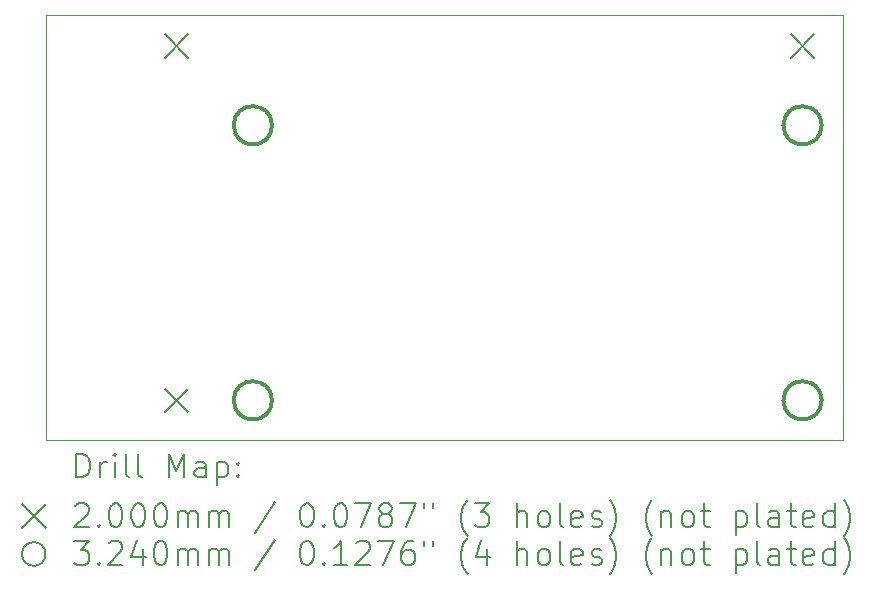
<source format=gbr>
%TF.GenerationSoftware,KiCad,Pcbnew,7.0.8*%
%TF.CreationDate,2023-11-10T17:38:27-07:00*%
%TF.ProjectId,longmon-hatt,6c6f6e67-6d6f-46e2-9d68-6174742e6b69,rev?*%
%TF.SameCoordinates,Original*%
%TF.FileFunction,Drillmap*%
%TF.FilePolarity,Positive*%
%FSLAX45Y45*%
G04 Gerber Fmt 4.5, Leading zero omitted, Abs format (unit mm)*
G04 Created by KiCad (PCBNEW 7.0.8) date 2023-11-10 17:38:27*
%MOMM*%
%LPD*%
G01*
G04 APERTURE LIST*
%ADD10C,0.100000*%
%ADD11C,0.200000*%
%ADD12C,0.324000*%
G04 APERTURE END LIST*
D10*
X12850000Y-7900000D02*
X19600000Y-7900000D01*
X19600000Y-11500000D01*
X12850000Y-11500000D01*
X12850000Y-7900000D01*
D11*
X13855000Y-8064000D02*
X14055000Y-8264000D01*
X14055000Y-8064000D02*
X13855000Y-8264000D01*
X13855000Y-11064000D02*
X14055000Y-11264000D01*
X14055000Y-11064000D02*
X13855000Y-11264000D01*
X19155000Y-8064000D02*
X19355000Y-8264000D01*
X19355000Y-8064000D02*
X19155000Y-8264000D01*
D12*
X14762000Y-8835800D02*
G75*
G03*
X14762000Y-8835800I-162000J0D01*
G01*
X14762000Y-11164200D02*
G75*
G03*
X14762000Y-11164200I-162000J0D01*
G01*
X19416000Y-8835800D02*
G75*
G03*
X19416000Y-8835800I-162000J0D01*
G01*
X19416000Y-11164200D02*
G75*
G03*
X19416000Y-11164200I-162000J0D01*
G01*
D11*
X13105777Y-11816484D02*
X13105777Y-11616484D01*
X13105777Y-11616484D02*
X13153396Y-11616484D01*
X13153396Y-11616484D02*
X13181967Y-11626008D01*
X13181967Y-11626008D02*
X13201015Y-11645055D01*
X13201015Y-11645055D02*
X13210539Y-11664103D01*
X13210539Y-11664103D02*
X13220062Y-11702198D01*
X13220062Y-11702198D02*
X13220062Y-11730769D01*
X13220062Y-11730769D02*
X13210539Y-11768865D01*
X13210539Y-11768865D02*
X13201015Y-11787912D01*
X13201015Y-11787912D02*
X13181967Y-11806960D01*
X13181967Y-11806960D02*
X13153396Y-11816484D01*
X13153396Y-11816484D02*
X13105777Y-11816484D01*
X13305777Y-11816484D02*
X13305777Y-11683150D01*
X13305777Y-11721246D02*
X13315301Y-11702198D01*
X13315301Y-11702198D02*
X13324824Y-11692674D01*
X13324824Y-11692674D02*
X13343872Y-11683150D01*
X13343872Y-11683150D02*
X13362920Y-11683150D01*
X13429586Y-11816484D02*
X13429586Y-11683150D01*
X13429586Y-11616484D02*
X13420062Y-11626008D01*
X13420062Y-11626008D02*
X13429586Y-11635531D01*
X13429586Y-11635531D02*
X13439110Y-11626008D01*
X13439110Y-11626008D02*
X13429586Y-11616484D01*
X13429586Y-11616484D02*
X13429586Y-11635531D01*
X13553396Y-11816484D02*
X13534348Y-11806960D01*
X13534348Y-11806960D02*
X13524824Y-11787912D01*
X13524824Y-11787912D02*
X13524824Y-11616484D01*
X13658158Y-11816484D02*
X13639110Y-11806960D01*
X13639110Y-11806960D02*
X13629586Y-11787912D01*
X13629586Y-11787912D02*
X13629586Y-11616484D01*
X13886729Y-11816484D02*
X13886729Y-11616484D01*
X13886729Y-11616484D02*
X13953396Y-11759341D01*
X13953396Y-11759341D02*
X14020062Y-11616484D01*
X14020062Y-11616484D02*
X14020062Y-11816484D01*
X14201015Y-11816484D02*
X14201015Y-11711722D01*
X14201015Y-11711722D02*
X14191491Y-11692674D01*
X14191491Y-11692674D02*
X14172443Y-11683150D01*
X14172443Y-11683150D02*
X14134348Y-11683150D01*
X14134348Y-11683150D02*
X14115301Y-11692674D01*
X14201015Y-11806960D02*
X14181967Y-11816484D01*
X14181967Y-11816484D02*
X14134348Y-11816484D01*
X14134348Y-11816484D02*
X14115301Y-11806960D01*
X14115301Y-11806960D02*
X14105777Y-11787912D01*
X14105777Y-11787912D02*
X14105777Y-11768865D01*
X14105777Y-11768865D02*
X14115301Y-11749817D01*
X14115301Y-11749817D02*
X14134348Y-11740293D01*
X14134348Y-11740293D02*
X14181967Y-11740293D01*
X14181967Y-11740293D02*
X14201015Y-11730769D01*
X14296253Y-11683150D02*
X14296253Y-11883150D01*
X14296253Y-11692674D02*
X14315301Y-11683150D01*
X14315301Y-11683150D02*
X14353396Y-11683150D01*
X14353396Y-11683150D02*
X14372443Y-11692674D01*
X14372443Y-11692674D02*
X14381967Y-11702198D01*
X14381967Y-11702198D02*
X14391491Y-11721246D01*
X14391491Y-11721246D02*
X14391491Y-11778388D01*
X14391491Y-11778388D02*
X14381967Y-11797436D01*
X14381967Y-11797436D02*
X14372443Y-11806960D01*
X14372443Y-11806960D02*
X14353396Y-11816484D01*
X14353396Y-11816484D02*
X14315301Y-11816484D01*
X14315301Y-11816484D02*
X14296253Y-11806960D01*
X14477205Y-11797436D02*
X14486729Y-11806960D01*
X14486729Y-11806960D02*
X14477205Y-11816484D01*
X14477205Y-11816484D02*
X14467682Y-11806960D01*
X14467682Y-11806960D02*
X14477205Y-11797436D01*
X14477205Y-11797436D02*
X14477205Y-11816484D01*
X14477205Y-11692674D02*
X14486729Y-11702198D01*
X14486729Y-11702198D02*
X14477205Y-11711722D01*
X14477205Y-11711722D02*
X14467682Y-11702198D01*
X14467682Y-11702198D02*
X14477205Y-11692674D01*
X14477205Y-11692674D02*
X14477205Y-11711722D01*
X12645000Y-12045000D02*
X12845000Y-12245000D01*
X12845000Y-12045000D02*
X12645000Y-12245000D01*
X13096253Y-12055531D02*
X13105777Y-12046008D01*
X13105777Y-12046008D02*
X13124824Y-12036484D01*
X13124824Y-12036484D02*
X13172443Y-12036484D01*
X13172443Y-12036484D02*
X13191491Y-12046008D01*
X13191491Y-12046008D02*
X13201015Y-12055531D01*
X13201015Y-12055531D02*
X13210539Y-12074579D01*
X13210539Y-12074579D02*
X13210539Y-12093627D01*
X13210539Y-12093627D02*
X13201015Y-12122198D01*
X13201015Y-12122198D02*
X13086729Y-12236484D01*
X13086729Y-12236484D02*
X13210539Y-12236484D01*
X13296253Y-12217436D02*
X13305777Y-12226960D01*
X13305777Y-12226960D02*
X13296253Y-12236484D01*
X13296253Y-12236484D02*
X13286729Y-12226960D01*
X13286729Y-12226960D02*
X13296253Y-12217436D01*
X13296253Y-12217436D02*
X13296253Y-12236484D01*
X13429586Y-12036484D02*
X13448634Y-12036484D01*
X13448634Y-12036484D02*
X13467682Y-12046008D01*
X13467682Y-12046008D02*
X13477205Y-12055531D01*
X13477205Y-12055531D02*
X13486729Y-12074579D01*
X13486729Y-12074579D02*
X13496253Y-12112674D01*
X13496253Y-12112674D02*
X13496253Y-12160293D01*
X13496253Y-12160293D02*
X13486729Y-12198388D01*
X13486729Y-12198388D02*
X13477205Y-12217436D01*
X13477205Y-12217436D02*
X13467682Y-12226960D01*
X13467682Y-12226960D02*
X13448634Y-12236484D01*
X13448634Y-12236484D02*
X13429586Y-12236484D01*
X13429586Y-12236484D02*
X13410539Y-12226960D01*
X13410539Y-12226960D02*
X13401015Y-12217436D01*
X13401015Y-12217436D02*
X13391491Y-12198388D01*
X13391491Y-12198388D02*
X13381967Y-12160293D01*
X13381967Y-12160293D02*
X13381967Y-12112674D01*
X13381967Y-12112674D02*
X13391491Y-12074579D01*
X13391491Y-12074579D02*
X13401015Y-12055531D01*
X13401015Y-12055531D02*
X13410539Y-12046008D01*
X13410539Y-12046008D02*
X13429586Y-12036484D01*
X13620062Y-12036484D02*
X13639110Y-12036484D01*
X13639110Y-12036484D02*
X13658158Y-12046008D01*
X13658158Y-12046008D02*
X13667682Y-12055531D01*
X13667682Y-12055531D02*
X13677205Y-12074579D01*
X13677205Y-12074579D02*
X13686729Y-12112674D01*
X13686729Y-12112674D02*
X13686729Y-12160293D01*
X13686729Y-12160293D02*
X13677205Y-12198388D01*
X13677205Y-12198388D02*
X13667682Y-12217436D01*
X13667682Y-12217436D02*
X13658158Y-12226960D01*
X13658158Y-12226960D02*
X13639110Y-12236484D01*
X13639110Y-12236484D02*
X13620062Y-12236484D01*
X13620062Y-12236484D02*
X13601015Y-12226960D01*
X13601015Y-12226960D02*
X13591491Y-12217436D01*
X13591491Y-12217436D02*
X13581967Y-12198388D01*
X13581967Y-12198388D02*
X13572443Y-12160293D01*
X13572443Y-12160293D02*
X13572443Y-12112674D01*
X13572443Y-12112674D02*
X13581967Y-12074579D01*
X13581967Y-12074579D02*
X13591491Y-12055531D01*
X13591491Y-12055531D02*
X13601015Y-12046008D01*
X13601015Y-12046008D02*
X13620062Y-12036484D01*
X13810539Y-12036484D02*
X13829586Y-12036484D01*
X13829586Y-12036484D02*
X13848634Y-12046008D01*
X13848634Y-12046008D02*
X13858158Y-12055531D01*
X13858158Y-12055531D02*
X13867682Y-12074579D01*
X13867682Y-12074579D02*
X13877205Y-12112674D01*
X13877205Y-12112674D02*
X13877205Y-12160293D01*
X13877205Y-12160293D02*
X13867682Y-12198388D01*
X13867682Y-12198388D02*
X13858158Y-12217436D01*
X13858158Y-12217436D02*
X13848634Y-12226960D01*
X13848634Y-12226960D02*
X13829586Y-12236484D01*
X13829586Y-12236484D02*
X13810539Y-12236484D01*
X13810539Y-12236484D02*
X13791491Y-12226960D01*
X13791491Y-12226960D02*
X13781967Y-12217436D01*
X13781967Y-12217436D02*
X13772443Y-12198388D01*
X13772443Y-12198388D02*
X13762920Y-12160293D01*
X13762920Y-12160293D02*
X13762920Y-12112674D01*
X13762920Y-12112674D02*
X13772443Y-12074579D01*
X13772443Y-12074579D02*
X13781967Y-12055531D01*
X13781967Y-12055531D02*
X13791491Y-12046008D01*
X13791491Y-12046008D02*
X13810539Y-12036484D01*
X13962920Y-12236484D02*
X13962920Y-12103150D01*
X13962920Y-12122198D02*
X13972443Y-12112674D01*
X13972443Y-12112674D02*
X13991491Y-12103150D01*
X13991491Y-12103150D02*
X14020063Y-12103150D01*
X14020063Y-12103150D02*
X14039110Y-12112674D01*
X14039110Y-12112674D02*
X14048634Y-12131722D01*
X14048634Y-12131722D02*
X14048634Y-12236484D01*
X14048634Y-12131722D02*
X14058158Y-12112674D01*
X14058158Y-12112674D02*
X14077205Y-12103150D01*
X14077205Y-12103150D02*
X14105777Y-12103150D01*
X14105777Y-12103150D02*
X14124824Y-12112674D01*
X14124824Y-12112674D02*
X14134348Y-12131722D01*
X14134348Y-12131722D02*
X14134348Y-12236484D01*
X14229586Y-12236484D02*
X14229586Y-12103150D01*
X14229586Y-12122198D02*
X14239110Y-12112674D01*
X14239110Y-12112674D02*
X14258158Y-12103150D01*
X14258158Y-12103150D02*
X14286729Y-12103150D01*
X14286729Y-12103150D02*
X14305777Y-12112674D01*
X14305777Y-12112674D02*
X14315301Y-12131722D01*
X14315301Y-12131722D02*
X14315301Y-12236484D01*
X14315301Y-12131722D02*
X14324824Y-12112674D01*
X14324824Y-12112674D02*
X14343872Y-12103150D01*
X14343872Y-12103150D02*
X14372443Y-12103150D01*
X14372443Y-12103150D02*
X14391491Y-12112674D01*
X14391491Y-12112674D02*
X14401015Y-12131722D01*
X14401015Y-12131722D02*
X14401015Y-12236484D01*
X14791491Y-12026960D02*
X14620063Y-12284103D01*
X15048634Y-12036484D02*
X15067682Y-12036484D01*
X15067682Y-12036484D02*
X15086729Y-12046008D01*
X15086729Y-12046008D02*
X15096253Y-12055531D01*
X15096253Y-12055531D02*
X15105777Y-12074579D01*
X15105777Y-12074579D02*
X15115301Y-12112674D01*
X15115301Y-12112674D02*
X15115301Y-12160293D01*
X15115301Y-12160293D02*
X15105777Y-12198388D01*
X15105777Y-12198388D02*
X15096253Y-12217436D01*
X15096253Y-12217436D02*
X15086729Y-12226960D01*
X15086729Y-12226960D02*
X15067682Y-12236484D01*
X15067682Y-12236484D02*
X15048634Y-12236484D01*
X15048634Y-12236484D02*
X15029586Y-12226960D01*
X15029586Y-12226960D02*
X15020063Y-12217436D01*
X15020063Y-12217436D02*
X15010539Y-12198388D01*
X15010539Y-12198388D02*
X15001015Y-12160293D01*
X15001015Y-12160293D02*
X15001015Y-12112674D01*
X15001015Y-12112674D02*
X15010539Y-12074579D01*
X15010539Y-12074579D02*
X15020063Y-12055531D01*
X15020063Y-12055531D02*
X15029586Y-12046008D01*
X15029586Y-12046008D02*
X15048634Y-12036484D01*
X15201015Y-12217436D02*
X15210539Y-12226960D01*
X15210539Y-12226960D02*
X15201015Y-12236484D01*
X15201015Y-12236484D02*
X15191491Y-12226960D01*
X15191491Y-12226960D02*
X15201015Y-12217436D01*
X15201015Y-12217436D02*
X15201015Y-12236484D01*
X15334348Y-12036484D02*
X15353396Y-12036484D01*
X15353396Y-12036484D02*
X15372444Y-12046008D01*
X15372444Y-12046008D02*
X15381967Y-12055531D01*
X15381967Y-12055531D02*
X15391491Y-12074579D01*
X15391491Y-12074579D02*
X15401015Y-12112674D01*
X15401015Y-12112674D02*
X15401015Y-12160293D01*
X15401015Y-12160293D02*
X15391491Y-12198388D01*
X15391491Y-12198388D02*
X15381967Y-12217436D01*
X15381967Y-12217436D02*
X15372444Y-12226960D01*
X15372444Y-12226960D02*
X15353396Y-12236484D01*
X15353396Y-12236484D02*
X15334348Y-12236484D01*
X15334348Y-12236484D02*
X15315301Y-12226960D01*
X15315301Y-12226960D02*
X15305777Y-12217436D01*
X15305777Y-12217436D02*
X15296253Y-12198388D01*
X15296253Y-12198388D02*
X15286729Y-12160293D01*
X15286729Y-12160293D02*
X15286729Y-12112674D01*
X15286729Y-12112674D02*
X15296253Y-12074579D01*
X15296253Y-12074579D02*
X15305777Y-12055531D01*
X15305777Y-12055531D02*
X15315301Y-12046008D01*
X15315301Y-12046008D02*
X15334348Y-12036484D01*
X15467682Y-12036484D02*
X15601015Y-12036484D01*
X15601015Y-12036484D02*
X15515301Y-12236484D01*
X15705777Y-12122198D02*
X15686729Y-12112674D01*
X15686729Y-12112674D02*
X15677206Y-12103150D01*
X15677206Y-12103150D02*
X15667682Y-12084103D01*
X15667682Y-12084103D02*
X15667682Y-12074579D01*
X15667682Y-12074579D02*
X15677206Y-12055531D01*
X15677206Y-12055531D02*
X15686729Y-12046008D01*
X15686729Y-12046008D02*
X15705777Y-12036484D01*
X15705777Y-12036484D02*
X15743872Y-12036484D01*
X15743872Y-12036484D02*
X15762920Y-12046008D01*
X15762920Y-12046008D02*
X15772444Y-12055531D01*
X15772444Y-12055531D02*
X15781967Y-12074579D01*
X15781967Y-12074579D02*
X15781967Y-12084103D01*
X15781967Y-12084103D02*
X15772444Y-12103150D01*
X15772444Y-12103150D02*
X15762920Y-12112674D01*
X15762920Y-12112674D02*
X15743872Y-12122198D01*
X15743872Y-12122198D02*
X15705777Y-12122198D01*
X15705777Y-12122198D02*
X15686729Y-12131722D01*
X15686729Y-12131722D02*
X15677206Y-12141246D01*
X15677206Y-12141246D02*
X15667682Y-12160293D01*
X15667682Y-12160293D02*
X15667682Y-12198388D01*
X15667682Y-12198388D02*
X15677206Y-12217436D01*
X15677206Y-12217436D02*
X15686729Y-12226960D01*
X15686729Y-12226960D02*
X15705777Y-12236484D01*
X15705777Y-12236484D02*
X15743872Y-12236484D01*
X15743872Y-12236484D02*
X15762920Y-12226960D01*
X15762920Y-12226960D02*
X15772444Y-12217436D01*
X15772444Y-12217436D02*
X15781967Y-12198388D01*
X15781967Y-12198388D02*
X15781967Y-12160293D01*
X15781967Y-12160293D02*
X15772444Y-12141246D01*
X15772444Y-12141246D02*
X15762920Y-12131722D01*
X15762920Y-12131722D02*
X15743872Y-12122198D01*
X15848634Y-12036484D02*
X15981967Y-12036484D01*
X15981967Y-12036484D02*
X15896253Y-12236484D01*
X16048634Y-12036484D02*
X16048634Y-12074579D01*
X16124825Y-12036484D02*
X16124825Y-12074579D01*
X16420063Y-12312674D02*
X16410539Y-12303150D01*
X16410539Y-12303150D02*
X16391491Y-12274579D01*
X16391491Y-12274579D02*
X16381968Y-12255531D01*
X16381968Y-12255531D02*
X16372444Y-12226960D01*
X16372444Y-12226960D02*
X16362920Y-12179341D01*
X16362920Y-12179341D02*
X16362920Y-12141246D01*
X16362920Y-12141246D02*
X16372444Y-12093627D01*
X16372444Y-12093627D02*
X16381968Y-12065055D01*
X16381968Y-12065055D02*
X16391491Y-12046008D01*
X16391491Y-12046008D02*
X16410539Y-12017436D01*
X16410539Y-12017436D02*
X16420063Y-12007912D01*
X16477206Y-12036484D02*
X16601015Y-12036484D01*
X16601015Y-12036484D02*
X16534348Y-12112674D01*
X16534348Y-12112674D02*
X16562920Y-12112674D01*
X16562920Y-12112674D02*
X16581968Y-12122198D01*
X16581968Y-12122198D02*
X16591491Y-12131722D01*
X16591491Y-12131722D02*
X16601015Y-12150769D01*
X16601015Y-12150769D02*
X16601015Y-12198388D01*
X16601015Y-12198388D02*
X16591491Y-12217436D01*
X16591491Y-12217436D02*
X16581968Y-12226960D01*
X16581968Y-12226960D02*
X16562920Y-12236484D01*
X16562920Y-12236484D02*
X16505777Y-12236484D01*
X16505777Y-12236484D02*
X16486729Y-12226960D01*
X16486729Y-12226960D02*
X16477206Y-12217436D01*
X16839111Y-12236484D02*
X16839111Y-12036484D01*
X16924825Y-12236484D02*
X16924825Y-12131722D01*
X16924825Y-12131722D02*
X16915301Y-12112674D01*
X16915301Y-12112674D02*
X16896253Y-12103150D01*
X16896253Y-12103150D02*
X16867682Y-12103150D01*
X16867682Y-12103150D02*
X16848634Y-12112674D01*
X16848634Y-12112674D02*
X16839111Y-12122198D01*
X17048634Y-12236484D02*
X17029587Y-12226960D01*
X17029587Y-12226960D02*
X17020063Y-12217436D01*
X17020063Y-12217436D02*
X17010539Y-12198388D01*
X17010539Y-12198388D02*
X17010539Y-12141246D01*
X17010539Y-12141246D02*
X17020063Y-12122198D01*
X17020063Y-12122198D02*
X17029587Y-12112674D01*
X17029587Y-12112674D02*
X17048634Y-12103150D01*
X17048634Y-12103150D02*
X17077206Y-12103150D01*
X17077206Y-12103150D02*
X17096253Y-12112674D01*
X17096253Y-12112674D02*
X17105777Y-12122198D01*
X17105777Y-12122198D02*
X17115301Y-12141246D01*
X17115301Y-12141246D02*
X17115301Y-12198388D01*
X17115301Y-12198388D02*
X17105777Y-12217436D01*
X17105777Y-12217436D02*
X17096253Y-12226960D01*
X17096253Y-12226960D02*
X17077206Y-12236484D01*
X17077206Y-12236484D02*
X17048634Y-12236484D01*
X17229587Y-12236484D02*
X17210539Y-12226960D01*
X17210539Y-12226960D02*
X17201015Y-12207912D01*
X17201015Y-12207912D02*
X17201015Y-12036484D01*
X17381968Y-12226960D02*
X17362920Y-12236484D01*
X17362920Y-12236484D02*
X17324825Y-12236484D01*
X17324825Y-12236484D02*
X17305777Y-12226960D01*
X17305777Y-12226960D02*
X17296253Y-12207912D01*
X17296253Y-12207912D02*
X17296253Y-12131722D01*
X17296253Y-12131722D02*
X17305777Y-12112674D01*
X17305777Y-12112674D02*
X17324825Y-12103150D01*
X17324825Y-12103150D02*
X17362920Y-12103150D01*
X17362920Y-12103150D02*
X17381968Y-12112674D01*
X17381968Y-12112674D02*
X17391492Y-12131722D01*
X17391492Y-12131722D02*
X17391492Y-12150769D01*
X17391492Y-12150769D02*
X17296253Y-12169817D01*
X17467682Y-12226960D02*
X17486730Y-12236484D01*
X17486730Y-12236484D02*
X17524825Y-12236484D01*
X17524825Y-12236484D02*
X17543873Y-12226960D01*
X17543873Y-12226960D02*
X17553396Y-12207912D01*
X17553396Y-12207912D02*
X17553396Y-12198388D01*
X17553396Y-12198388D02*
X17543873Y-12179341D01*
X17543873Y-12179341D02*
X17524825Y-12169817D01*
X17524825Y-12169817D02*
X17496253Y-12169817D01*
X17496253Y-12169817D02*
X17477206Y-12160293D01*
X17477206Y-12160293D02*
X17467682Y-12141246D01*
X17467682Y-12141246D02*
X17467682Y-12131722D01*
X17467682Y-12131722D02*
X17477206Y-12112674D01*
X17477206Y-12112674D02*
X17496253Y-12103150D01*
X17496253Y-12103150D02*
X17524825Y-12103150D01*
X17524825Y-12103150D02*
X17543873Y-12112674D01*
X17620063Y-12312674D02*
X17629587Y-12303150D01*
X17629587Y-12303150D02*
X17648634Y-12274579D01*
X17648634Y-12274579D02*
X17658158Y-12255531D01*
X17658158Y-12255531D02*
X17667682Y-12226960D01*
X17667682Y-12226960D02*
X17677206Y-12179341D01*
X17677206Y-12179341D02*
X17677206Y-12141246D01*
X17677206Y-12141246D02*
X17667682Y-12093627D01*
X17667682Y-12093627D02*
X17658158Y-12065055D01*
X17658158Y-12065055D02*
X17648634Y-12046008D01*
X17648634Y-12046008D02*
X17629587Y-12017436D01*
X17629587Y-12017436D02*
X17620063Y-12007912D01*
X17981968Y-12312674D02*
X17972444Y-12303150D01*
X17972444Y-12303150D02*
X17953396Y-12274579D01*
X17953396Y-12274579D02*
X17943873Y-12255531D01*
X17943873Y-12255531D02*
X17934349Y-12226960D01*
X17934349Y-12226960D02*
X17924825Y-12179341D01*
X17924825Y-12179341D02*
X17924825Y-12141246D01*
X17924825Y-12141246D02*
X17934349Y-12093627D01*
X17934349Y-12093627D02*
X17943873Y-12065055D01*
X17943873Y-12065055D02*
X17953396Y-12046008D01*
X17953396Y-12046008D02*
X17972444Y-12017436D01*
X17972444Y-12017436D02*
X17981968Y-12007912D01*
X18058158Y-12103150D02*
X18058158Y-12236484D01*
X18058158Y-12122198D02*
X18067682Y-12112674D01*
X18067682Y-12112674D02*
X18086730Y-12103150D01*
X18086730Y-12103150D02*
X18115301Y-12103150D01*
X18115301Y-12103150D02*
X18134349Y-12112674D01*
X18134349Y-12112674D02*
X18143873Y-12131722D01*
X18143873Y-12131722D02*
X18143873Y-12236484D01*
X18267682Y-12236484D02*
X18248634Y-12226960D01*
X18248634Y-12226960D02*
X18239111Y-12217436D01*
X18239111Y-12217436D02*
X18229587Y-12198388D01*
X18229587Y-12198388D02*
X18229587Y-12141246D01*
X18229587Y-12141246D02*
X18239111Y-12122198D01*
X18239111Y-12122198D02*
X18248634Y-12112674D01*
X18248634Y-12112674D02*
X18267682Y-12103150D01*
X18267682Y-12103150D02*
X18296254Y-12103150D01*
X18296254Y-12103150D02*
X18315301Y-12112674D01*
X18315301Y-12112674D02*
X18324825Y-12122198D01*
X18324825Y-12122198D02*
X18334349Y-12141246D01*
X18334349Y-12141246D02*
X18334349Y-12198388D01*
X18334349Y-12198388D02*
X18324825Y-12217436D01*
X18324825Y-12217436D02*
X18315301Y-12226960D01*
X18315301Y-12226960D02*
X18296254Y-12236484D01*
X18296254Y-12236484D02*
X18267682Y-12236484D01*
X18391492Y-12103150D02*
X18467682Y-12103150D01*
X18420063Y-12036484D02*
X18420063Y-12207912D01*
X18420063Y-12207912D02*
X18429587Y-12226960D01*
X18429587Y-12226960D02*
X18448634Y-12236484D01*
X18448634Y-12236484D02*
X18467682Y-12236484D01*
X18686730Y-12103150D02*
X18686730Y-12303150D01*
X18686730Y-12112674D02*
X18705777Y-12103150D01*
X18705777Y-12103150D02*
X18743873Y-12103150D01*
X18743873Y-12103150D02*
X18762920Y-12112674D01*
X18762920Y-12112674D02*
X18772444Y-12122198D01*
X18772444Y-12122198D02*
X18781968Y-12141246D01*
X18781968Y-12141246D02*
X18781968Y-12198388D01*
X18781968Y-12198388D02*
X18772444Y-12217436D01*
X18772444Y-12217436D02*
X18762920Y-12226960D01*
X18762920Y-12226960D02*
X18743873Y-12236484D01*
X18743873Y-12236484D02*
X18705777Y-12236484D01*
X18705777Y-12236484D02*
X18686730Y-12226960D01*
X18896254Y-12236484D02*
X18877206Y-12226960D01*
X18877206Y-12226960D02*
X18867682Y-12207912D01*
X18867682Y-12207912D02*
X18867682Y-12036484D01*
X19058158Y-12236484D02*
X19058158Y-12131722D01*
X19058158Y-12131722D02*
X19048635Y-12112674D01*
X19048635Y-12112674D02*
X19029587Y-12103150D01*
X19029587Y-12103150D02*
X18991492Y-12103150D01*
X18991492Y-12103150D02*
X18972444Y-12112674D01*
X19058158Y-12226960D02*
X19039111Y-12236484D01*
X19039111Y-12236484D02*
X18991492Y-12236484D01*
X18991492Y-12236484D02*
X18972444Y-12226960D01*
X18972444Y-12226960D02*
X18962920Y-12207912D01*
X18962920Y-12207912D02*
X18962920Y-12188865D01*
X18962920Y-12188865D02*
X18972444Y-12169817D01*
X18972444Y-12169817D02*
X18991492Y-12160293D01*
X18991492Y-12160293D02*
X19039111Y-12160293D01*
X19039111Y-12160293D02*
X19058158Y-12150769D01*
X19124825Y-12103150D02*
X19201015Y-12103150D01*
X19153396Y-12036484D02*
X19153396Y-12207912D01*
X19153396Y-12207912D02*
X19162920Y-12226960D01*
X19162920Y-12226960D02*
X19181968Y-12236484D01*
X19181968Y-12236484D02*
X19201015Y-12236484D01*
X19343873Y-12226960D02*
X19324825Y-12236484D01*
X19324825Y-12236484D02*
X19286730Y-12236484D01*
X19286730Y-12236484D02*
X19267682Y-12226960D01*
X19267682Y-12226960D02*
X19258158Y-12207912D01*
X19258158Y-12207912D02*
X19258158Y-12131722D01*
X19258158Y-12131722D02*
X19267682Y-12112674D01*
X19267682Y-12112674D02*
X19286730Y-12103150D01*
X19286730Y-12103150D02*
X19324825Y-12103150D01*
X19324825Y-12103150D02*
X19343873Y-12112674D01*
X19343873Y-12112674D02*
X19353396Y-12131722D01*
X19353396Y-12131722D02*
X19353396Y-12150769D01*
X19353396Y-12150769D02*
X19258158Y-12169817D01*
X19524825Y-12236484D02*
X19524825Y-12036484D01*
X19524825Y-12226960D02*
X19505777Y-12236484D01*
X19505777Y-12236484D02*
X19467682Y-12236484D01*
X19467682Y-12236484D02*
X19448635Y-12226960D01*
X19448635Y-12226960D02*
X19439111Y-12217436D01*
X19439111Y-12217436D02*
X19429587Y-12198388D01*
X19429587Y-12198388D02*
X19429587Y-12141246D01*
X19429587Y-12141246D02*
X19439111Y-12122198D01*
X19439111Y-12122198D02*
X19448635Y-12112674D01*
X19448635Y-12112674D02*
X19467682Y-12103150D01*
X19467682Y-12103150D02*
X19505777Y-12103150D01*
X19505777Y-12103150D02*
X19524825Y-12112674D01*
X19601016Y-12312674D02*
X19610539Y-12303150D01*
X19610539Y-12303150D02*
X19629587Y-12274579D01*
X19629587Y-12274579D02*
X19639111Y-12255531D01*
X19639111Y-12255531D02*
X19648635Y-12226960D01*
X19648635Y-12226960D02*
X19658158Y-12179341D01*
X19658158Y-12179341D02*
X19658158Y-12141246D01*
X19658158Y-12141246D02*
X19648635Y-12093627D01*
X19648635Y-12093627D02*
X19639111Y-12065055D01*
X19639111Y-12065055D02*
X19629587Y-12046008D01*
X19629587Y-12046008D02*
X19610539Y-12017436D01*
X19610539Y-12017436D02*
X19601016Y-12007912D01*
X12845000Y-12465000D02*
G75*
G03*
X12845000Y-12465000I-100000J0D01*
G01*
X13086729Y-12356484D02*
X13210539Y-12356484D01*
X13210539Y-12356484D02*
X13143872Y-12432674D01*
X13143872Y-12432674D02*
X13172443Y-12432674D01*
X13172443Y-12432674D02*
X13191491Y-12442198D01*
X13191491Y-12442198D02*
X13201015Y-12451722D01*
X13201015Y-12451722D02*
X13210539Y-12470769D01*
X13210539Y-12470769D02*
X13210539Y-12518388D01*
X13210539Y-12518388D02*
X13201015Y-12537436D01*
X13201015Y-12537436D02*
X13191491Y-12546960D01*
X13191491Y-12546960D02*
X13172443Y-12556484D01*
X13172443Y-12556484D02*
X13115301Y-12556484D01*
X13115301Y-12556484D02*
X13096253Y-12546960D01*
X13096253Y-12546960D02*
X13086729Y-12537436D01*
X13296253Y-12537436D02*
X13305777Y-12546960D01*
X13305777Y-12546960D02*
X13296253Y-12556484D01*
X13296253Y-12556484D02*
X13286729Y-12546960D01*
X13286729Y-12546960D02*
X13296253Y-12537436D01*
X13296253Y-12537436D02*
X13296253Y-12556484D01*
X13381967Y-12375531D02*
X13391491Y-12366008D01*
X13391491Y-12366008D02*
X13410539Y-12356484D01*
X13410539Y-12356484D02*
X13458158Y-12356484D01*
X13458158Y-12356484D02*
X13477205Y-12366008D01*
X13477205Y-12366008D02*
X13486729Y-12375531D01*
X13486729Y-12375531D02*
X13496253Y-12394579D01*
X13496253Y-12394579D02*
X13496253Y-12413627D01*
X13496253Y-12413627D02*
X13486729Y-12442198D01*
X13486729Y-12442198D02*
X13372443Y-12556484D01*
X13372443Y-12556484D02*
X13496253Y-12556484D01*
X13667682Y-12423150D02*
X13667682Y-12556484D01*
X13620062Y-12346960D02*
X13572443Y-12489817D01*
X13572443Y-12489817D02*
X13696253Y-12489817D01*
X13810539Y-12356484D02*
X13829586Y-12356484D01*
X13829586Y-12356484D02*
X13848634Y-12366008D01*
X13848634Y-12366008D02*
X13858158Y-12375531D01*
X13858158Y-12375531D02*
X13867682Y-12394579D01*
X13867682Y-12394579D02*
X13877205Y-12432674D01*
X13877205Y-12432674D02*
X13877205Y-12480293D01*
X13877205Y-12480293D02*
X13867682Y-12518388D01*
X13867682Y-12518388D02*
X13858158Y-12537436D01*
X13858158Y-12537436D02*
X13848634Y-12546960D01*
X13848634Y-12546960D02*
X13829586Y-12556484D01*
X13829586Y-12556484D02*
X13810539Y-12556484D01*
X13810539Y-12556484D02*
X13791491Y-12546960D01*
X13791491Y-12546960D02*
X13781967Y-12537436D01*
X13781967Y-12537436D02*
X13772443Y-12518388D01*
X13772443Y-12518388D02*
X13762920Y-12480293D01*
X13762920Y-12480293D02*
X13762920Y-12432674D01*
X13762920Y-12432674D02*
X13772443Y-12394579D01*
X13772443Y-12394579D02*
X13781967Y-12375531D01*
X13781967Y-12375531D02*
X13791491Y-12366008D01*
X13791491Y-12366008D02*
X13810539Y-12356484D01*
X13962920Y-12556484D02*
X13962920Y-12423150D01*
X13962920Y-12442198D02*
X13972443Y-12432674D01*
X13972443Y-12432674D02*
X13991491Y-12423150D01*
X13991491Y-12423150D02*
X14020063Y-12423150D01*
X14020063Y-12423150D02*
X14039110Y-12432674D01*
X14039110Y-12432674D02*
X14048634Y-12451722D01*
X14048634Y-12451722D02*
X14048634Y-12556484D01*
X14048634Y-12451722D02*
X14058158Y-12432674D01*
X14058158Y-12432674D02*
X14077205Y-12423150D01*
X14077205Y-12423150D02*
X14105777Y-12423150D01*
X14105777Y-12423150D02*
X14124824Y-12432674D01*
X14124824Y-12432674D02*
X14134348Y-12451722D01*
X14134348Y-12451722D02*
X14134348Y-12556484D01*
X14229586Y-12556484D02*
X14229586Y-12423150D01*
X14229586Y-12442198D02*
X14239110Y-12432674D01*
X14239110Y-12432674D02*
X14258158Y-12423150D01*
X14258158Y-12423150D02*
X14286729Y-12423150D01*
X14286729Y-12423150D02*
X14305777Y-12432674D01*
X14305777Y-12432674D02*
X14315301Y-12451722D01*
X14315301Y-12451722D02*
X14315301Y-12556484D01*
X14315301Y-12451722D02*
X14324824Y-12432674D01*
X14324824Y-12432674D02*
X14343872Y-12423150D01*
X14343872Y-12423150D02*
X14372443Y-12423150D01*
X14372443Y-12423150D02*
X14391491Y-12432674D01*
X14391491Y-12432674D02*
X14401015Y-12451722D01*
X14401015Y-12451722D02*
X14401015Y-12556484D01*
X14791491Y-12346960D02*
X14620063Y-12604103D01*
X15048634Y-12356484D02*
X15067682Y-12356484D01*
X15067682Y-12356484D02*
X15086729Y-12366008D01*
X15086729Y-12366008D02*
X15096253Y-12375531D01*
X15096253Y-12375531D02*
X15105777Y-12394579D01*
X15105777Y-12394579D02*
X15115301Y-12432674D01*
X15115301Y-12432674D02*
X15115301Y-12480293D01*
X15115301Y-12480293D02*
X15105777Y-12518388D01*
X15105777Y-12518388D02*
X15096253Y-12537436D01*
X15096253Y-12537436D02*
X15086729Y-12546960D01*
X15086729Y-12546960D02*
X15067682Y-12556484D01*
X15067682Y-12556484D02*
X15048634Y-12556484D01*
X15048634Y-12556484D02*
X15029586Y-12546960D01*
X15029586Y-12546960D02*
X15020063Y-12537436D01*
X15020063Y-12537436D02*
X15010539Y-12518388D01*
X15010539Y-12518388D02*
X15001015Y-12480293D01*
X15001015Y-12480293D02*
X15001015Y-12432674D01*
X15001015Y-12432674D02*
X15010539Y-12394579D01*
X15010539Y-12394579D02*
X15020063Y-12375531D01*
X15020063Y-12375531D02*
X15029586Y-12366008D01*
X15029586Y-12366008D02*
X15048634Y-12356484D01*
X15201015Y-12537436D02*
X15210539Y-12546960D01*
X15210539Y-12546960D02*
X15201015Y-12556484D01*
X15201015Y-12556484D02*
X15191491Y-12546960D01*
X15191491Y-12546960D02*
X15201015Y-12537436D01*
X15201015Y-12537436D02*
X15201015Y-12556484D01*
X15401015Y-12556484D02*
X15286729Y-12556484D01*
X15343872Y-12556484D02*
X15343872Y-12356484D01*
X15343872Y-12356484D02*
X15324825Y-12385055D01*
X15324825Y-12385055D02*
X15305777Y-12404103D01*
X15305777Y-12404103D02*
X15286729Y-12413627D01*
X15477206Y-12375531D02*
X15486729Y-12366008D01*
X15486729Y-12366008D02*
X15505777Y-12356484D01*
X15505777Y-12356484D02*
X15553396Y-12356484D01*
X15553396Y-12356484D02*
X15572444Y-12366008D01*
X15572444Y-12366008D02*
X15581967Y-12375531D01*
X15581967Y-12375531D02*
X15591491Y-12394579D01*
X15591491Y-12394579D02*
X15591491Y-12413627D01*
X15591491Y-12413627D02*
X15581967Y-12442198D01*
X15581967Y-12442198D02*
X15467682Y-12556484D01*
X15467682Y-12556484D02*
X15591491Y-12556484D01*
X15658158Y-12356484D02*
X15791491Y-12356484D01*
X15791491Y-12356484D02*
X15705777Y-12556484D01*
X15953396Y-12356484D02*
X15915301Y-12356484D01*
X15915301Y-12356484D02*
X15896253Y-12366008D01*
X15896253Y-12366008D02*
X15886729Y-12375531D01*
X15886729Y-12375531D02*
X15867682Y-12404103D01*
X15867682Y-12404103D02*
X15858158Y-12442198D01*
X15858158Y-12442198D02*
X15858158Y-12518388D01*
X15858158Y-12518388D02*
X15867682Y-12537436D01*
X15867682Y-12537436D02*
X15877206Y-12546960D01*
X15877206Y-12546960D02*
X15896253Y-12556484D01*
X15896253Y-12556484D02*
X15934348Y-12556484D01*
X15934348Y-12556484D02*
X15953396Y-12546960D01*
X15953396Y-12546960D02*
X15962920Y-12537436D01*
X15962920Y-12537436D02*
X15972444Y-12518388D01*
X15972444Y-12518388D02*
X15972444Y-12470769D01*
X15972444Y-12470769D02*
X15962920Y-12451722D01*
X15962920Y-12451722D02*
X15953396Y-12442198D01*
X15953396Y-12442198D02*
X15934348Y-12432674D01*
X15934348Y-12432674D02*
X15896253Y-12432674D01*
X15896253Y-12432674D02*
X15877206Y-12442198D01*
X15877206Y-12442198D02*
X15867682Y-12451722D01*
X15867682Y-12451722D02*
X15858158Y-12470769D01*
X16048634Y-12356484D02*
X16048634Y-12394579D01*
X16124825Y-12356484D02*
X16124825Y-12394579D01*
X16420063Y-12632674D02*
X16410539Y-12623150D01*
X16410539Y-12623150D02*
X16391491Y-12594579D01*
X16391491Y-12594579D02*
X16381968Y-12575531D01*
X16381968Y-12575531D02*
X16372444Y-12546960D01*
X16372444Y-12546960D02*
X16362920Y-12499341D01*
X16362920Y-12499341D02*
X16362920Y-12461246D01*
X16362920Y-12461246D02*
X16372444Y-12413627D01*
X16372444Y-12413627D02*
X16381968Y-12385055D01*
X16381968Y-12385055D02*
X16391491Y-12366008D01*
X16391491Y-12366008D02*
X16410539Y-12337436D01*
X16410539Y-12337436D02*
X16420063Y-12327912D01*
X16581968Y-12423150D02*
X16581968Y-12556484D01*
X16534348Y-12346960D02*
X16486729Y-12489817D01*
X16486729Y-12489817D02*
X16610539Y-12489817D01*
X16839111Y-12556484D02*
X16839111Y-12356484D01*
X16924825Y-12556484D02*
X16924825Y-12451722D01*
X16924825Y-12451722D02*
X16915301Y-12432674D01*
X16915301Y-12432674D02*
X16896253Y-12423150D01*
X16896253Y-12423150D02*
X16867682Y-12423150D01*
X16867682Y-12423150D02*
X16848634Y-12432674D01*
X16848634Y-12432674D02*
X16839111Y-12442198D01*
X17048634Y-12556484D02*
X17029587Y-12546960D01*
X17029587Y-12546960D02*
X17020063Y-12537436D01*
X17020063Y-12537436D02*
X17010539Y-12518388D01*
X17010539Y-12518388D02*
X17010539Y-12461246D01*
X17010539Y-12461246D02*
X17020063Y-12442198D01*
X17020063Y-12442198D02*
X17029587Y-12432674D01*
X17029587Y-12432674D02*
X17048634Y-12423150D01*
X17048634Y-12423150D02*
X17077206Y-12423150D01*
X17077206Y-12423150D02*
X17096253Y-12432674D01*
X17096253Y-12432674D02*
X17105777Y-12442198D01*
X17105777Y-12442198D02*
X17115301Y-12461246D01*
X17115301Y-12461246D02*
X17115301Y-12518388D01*
X17115301Y-12518388D02*
X17105777Y-12537436D01*
X17105777Y-12537436D02*
X17096253Y-12546960D01*
X17096253Y-12546960D02*
X17077206Y-12556484D01*
X17077206Y-12556484D02*
X17048634Y-12556484D01*
X17229587Y-12556484D02*
X17210539Y-12546960D01*
X17210539Y-12546960D02*
X17201015Y-12527912D01*
X17201015Y-12527912D02*
X17201015Y-12356484D01*
X17381968Y-12546960D02*
X17362920Y-12556484D01*
X17362920Y-12556484D02*
X17324825Y-12556484D01*
X17324825Y-12556484D02*
X17305777Y-12546960D01*
X17305777Y-12546960D02*
X17296253Y-12527912D01*
X17296253Y-12527912D02*
X17296253Y-12451722D01*
X17296253Y-12451722D02*
X17305777Y-12432674D01*
X17305777Y-12432674D02*
X17324825Y-12423150D01*
X17324825Y-12423150D02*
X17362920Y-12423150D01*
X17362920Y-12423150D02*
X17381968Y-12432674D01*
X17381968Y-12432674D02*
X17391492Y-12451722D01*
X17391492Y-12451722D02*
X17391492Y-12470769D01*
X17391492Y-12470769D02*
X17296253Y-12489817D01*
X17467682Y-12546960D02*
X17486730Y-12556484D01*
X17486730Y-12556484D02*
X17524825Y-12556484D01*
X17524825Y-12556484D02*
X17543873Y-12546960D01*
X17543873Y-12546960D02*
X17553396Y-12527912D01*
X17553396Y-12527912D02*
X17553396Y-12518388D01*
X17553396Y-12518388D02*
X17543873Y-12499341D01*
X17543873Y-12499341D02*
X17524825Y-12489817D01*
X17524825Y-12489817D02*
X17496253Y-12489817D01*
X17496253Y-12489817D02*
X17477206Y-12480293D01*
X17477206Y-12480293D02*
X17467682Y-12461246D01*
X17467682Y-12461246D02*
X17467682Y-12451722D01*
X17467682Y-12451722D02*
X17477206Y-12432674D01*
X17477206Y-12432674D02*
X17496253Y-12423150D01*
X17496253Y-12423150D02*
X17524825Y-12423150D01*
X17524825Y-12423150D02*
X17543873Y-12432674D01*
X17620063Y-12632674D02*
X17629587Y-12623150D01*
X17629587Y-12623150D02*
X17648634Y-12594579D01*
X17648634Y-12594579D02*
X17658158Y-12575531D01*
X17658158Y-12575531D02*
X17667682Y-12546960D01*
X17667682Y-12546960D02*
X17677206Y-12499341D01*
X17677206Y-12499341D02*
X17677206Y-12461246D01*
X17677206Y-12461246D02*
X17667682Y-12413627D01*
X17667682Y-12413627D02*
X17658158Y-12385055D01*
X17658158Y-12385055D02*
X17648634Y-12366008D01*
X17648634Y-12366008D02*
X17629587Y-12337436D01*
X17629587Y-12337436D02*
X17620063Y-12327912D01*
X17981968Y-12632674D02*
X17972444Y-12623150D01*
X17972444Y-12623150D02*
X17953396Y-12594579D01*
X17953396Y-12594579D02*
X17943873Y-12575531D01*
X17943873Y-12575531D02*
X17934349Y-12546960D01*
X17934349Y-12546960D02*
X17924825Y-12499341D01*
X17924825Y-12499341D02*
X17924825Y-12461246D01*
X17924825Y-12461246D02*
X17934349Y-12413627D01*
X17934349Y-12413627D02*
X17943873Y-12385055D01*
X17943873Y-12385055D02*
X17953396Y-12366008D01*
X17953396Y-12366008D02*
X17972444Y-12337436D01*
X17972444Y-12337436D02*
X17981968Y-12327912D01*
X18058158Y-12423150D02*
X18058158Y-12556484D01*
X18058158Y-12442198D02*
X18067682Y-12432674D01*
X18067682Y-12432674D02*
X18086730Y-12423150D01*
X18086730Y-12423150D02*
X18115301Y-12423150D01*
X18115301Y-12423150D02*
X18134349Y-12432674D01*
X18134349Y-12432674D02*
X18143873Y-12451722D01*
X18143873Y-12451722D02*
X18143873Y-12556484D01*
X18267682Y-12556484D02*
X18248634Y-12546960D01*
X18248634Y-12546960D02*
X18239111Y-12537436D01*
X18239111Y-12537436D02*
X18229587Y-12518388D01*
X18229587Y-12518388D02*
X18229587Y-12461246D01*
X18229587Y-12461246D02*
X18239111Y-12442198D01*
X18239111Y-12442198D02*
X18248634Y-12432674D01*
X18248634Y-12432674D02*
X18267682Y-12423150D01*
X18267682Y-12423150D02*
X18296254Y-12423150D01*
X18296254Y-12423150D02*
X18315301Y-12432674D01*
X18315301Y-12432674D02*
X18324825Y-12442198D01*
X18324825Y-12442198D02*
X18334349Y-12461246D01*
X18334349Y-12461246D02*
X18334349Y-12518388D01*
X18334349Y-12518388D02*
X18324825Y-12537436D01*
X18324825Y-12537436D02*
X18315301Y-12546960D01*
X18315301Y-12546960D02*
X18296254Y-12556484D01*
X18296254Y-12556484D02*
X18267682Y-12556484D01*
X18391492Y-12423150D02*
X18467682Y-12423150D01*
X18420063Y-12356484D02*
X18420063Y-12527912D01*
X18420063Y-12527912D02*
X18429587Y-12546960D01*
X18429587Y-12546960D02*
X18448634Y-12556484D01*
X18448634Y-12556484D02*
X18467682Y-12556484D01*
X18686730Y-12423150D02*
X18686730Y-12623150D01*
X18686730Y-12432674D02*
X18705777Y-12423150D01*
X18705777Y-12423150D02*
X18743873Y-12423150D01*
X18743873Y-12423150D02*
X18762920Y-12432674D01*
X18762920Y-12432674D02*
X18772444Y-12442198D01*
X18772444Y-12442198D02*
X18781968Y-12461246D01*
X18781968Y-12461246D02*
X18781968Y-12518388D01*
X18781968Y-12518388D02*
X18772444Y-12537436D01*
X18772444Y-12537436D02*
X18762920Y-12546960D01*
X18762920Y-12546960D02*
X18743873Y-12556484D01*
X18743873Y-12556484D02*
X18705777Y-12556484D01*
X18705777Y-12556484D02*
X18686730Y-12546960D01*
X18896254Y-12556484D02*
X18877206Y-12546960D01*
X18877206Y-12546960D02*
X18867682Y-12527912D01*
X18867682Y-12527912D02*
X18867682Y-12356484D01*
X19058158Y-12556484D02*
X19058158Y-12451722D01*
X19058158Y-12451722D02*
X19048635Y-12432674D01*
X19048635Y-12432674D02*
X19029587Y-12423150D01*
X19029587Y-12423150D02*
X18991492Y-12423150D01*
X18991492Y-12423150D02*
X18972444Y-12432674D01*
X19058158Y-12546960D02*
X19039111Y-12556484D01*
X19039111Y-12556484D02*
X18991492Y-12556484D01*
X18991492Y-12556484D02*
X18972444Y-12546960D01*
X18972444Y-12546960D02*
X18962920Y-12527912D01*
X18962920Y-12527912D02*
X18962920Y-12508865D01*
X18962920Y-12508865D02*
X18972444Y-12489817D01*
X18972444Y-12489817D02*
X18991492Y-12480293D01*
X18991492Y-12480293D02*
X19039111Y-12480293D01*
X19039111Y-12480293D02*
X19058158Y-12470769D01*
X19124825Y-12423150D02*
X19201015Y-12423150D01*
X19153396Y-12356484D02*
X19153396Y-12527912D01*
X19153396Y-12527912D02*
X19162920Y-12546960D01*
X19162920Y-12546960D02*
X19181968Y-12556484D01*
X19181968Y-12556484D02*
X19201015Y-12556484D01*
X19343873Y-12546960D02*
X19324825Y-12556484D01*
X19324825Y-12556484D02*
X19286730Y-12556484D01*
X19286730Y-12556484D02*
X19267682Y-12546960D01*
X19267682Y-12546960D02*
X19258158Y-12527912D01*
X19258158Y-12527912D02*
X19258158Y-12451722D01*
X19258158Y-12451722D02*
X19267682Y-12432674D01*
X19267682Y-12432674D02*
X19286730Y-12423150D01*
X19286730Y-12423150D02*
X19324825Y-12423150D01*
X19324825Y-12423150D02*
X19343873Y-12432674D01*
X19343873Y-12432674D02*
X19353396Y-12451722D01*
X19353396Y-12451722D02*
X19353396Y-12470769D01*
X19353396Y-12470769D02*
X19258158Y-12489817D01*
X19524825Y-12556484D02*
X19524825Y-12356484D01*
X19524825Y-12546960D02*
X19505777Y-12556484D01*
X19505777Y-12556484D02*
X19467682Y-12556484D01*
X19467682Y-12556484D02*
X19448635Y-12546960D01*
X19448635Y-12546960D02*
X19439111Y-12537436D01*
X19439111Y-12537436D02*
X19429587Y-12518388D01*
X19429587Y-12518388D02*
X19429587Y-12461246D01*
X19429587Y-12461246D02*
X19439111Y-12442198D01*
X19439111Y-12442198D02*
X19448635Y-12432674D01*
X19448635Y-12432674D02*
X19467682Y-12423150D01*
X19467682Y-12423150D02*
X19505777Y-12423150D01*
X19505777Y-12423150D02*
X19524825Y-12432674D01*
X19601016Y-12632674D02*
X19610539Y-12623150D01*
X19610539Y-12623150D02*
X19629587Y-12594579D01*
X19629587Y-12594579D02*
X19639111Y-12575531D01*
X19639111Y-12575531D02*
X19648635Y-12546960D01*
X19648635Y-12546960D02*
X19658158Y-12499341D01*
X19658158Y-12499341D02*
X19658158Y-12461246D01*
X19658158Y-12461246D02*
X19648635Y-12413627D01*
X19648635Y-12413627D02*
X19639111Y-12385055D01*
X19639111Y-12385055D02*
X19629587Y-12366008D01*
X19629587Y-12366008D02*
X19610539Y-12337436D01*
X19610539Y-12337436D02*
X19601016Y-12327912D01*
M02*

</source>
